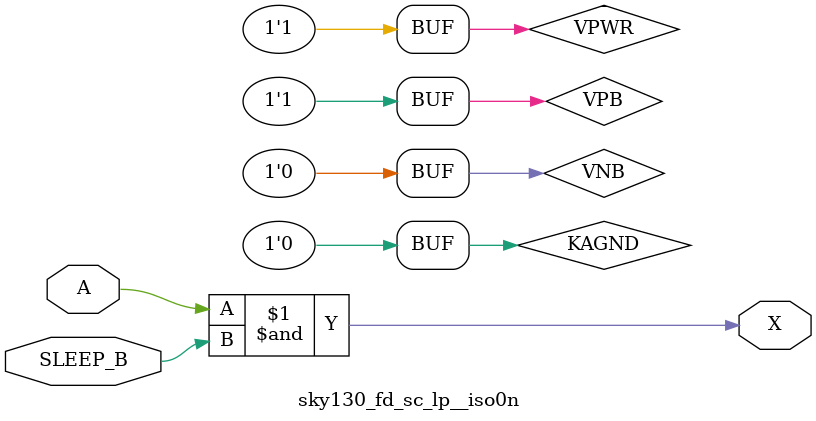
<source format=v>
/*
 * Copyright 2020 The SkyWater PDK Authors
 *
 * Licensed under the Apache License, Version 2.0 (the "License");
 * you may not use this file except in compliance with the License.
 * You may obtain a copy of the License at
 *
 *     https://www.apache.org/licenses/LICENSE-2.0
 *
 * Unless required by applicable law or agreed to in writing, software
 * distributed under the License is distributed on an "AS IS" BASIS,
 * WITHOUT WARRANTIES OR CONDITIONS OF ANY KIND, either express or implied.
 * See the License for the specific language governing permissions and
 * limitations under the License.
 *
 * SPDX-License-Identifier: Apache-2.0
*/


`ifndef SKY130_FD_SC_LP__ISO0N_BEHAVIORAL_V
`define SKY130_FD_SC_LP__ISO0N_BEHAVIORAL_V

/**
 * iso0n: ????.
 *
 * Verilog simulation functional model.
 */

`timescale 1ns / 1ps
`default_nettype none

`celldefine
module sky130_fd_sc_lp__iso0n (
    X      ,
    A      ,
    SLEEP_B
);

    // Module ports
    output X      ;
    input  A      ;
    input  SLEEP_B;

    // Module supplies
    supply1 VPWR ;
    supply0 KAGND;
    supply1 VPB  ;
    supply0 VNB  ;

    //  Name  Output  Other arguments
    and and0 (X     , A, SLEEP_B     );

endmodule
`endcelldefine

`default_nettype wire
`endif  // SKY130_FD_SC_LP__ISO0N_BEHAVIORAL_V
</source>
